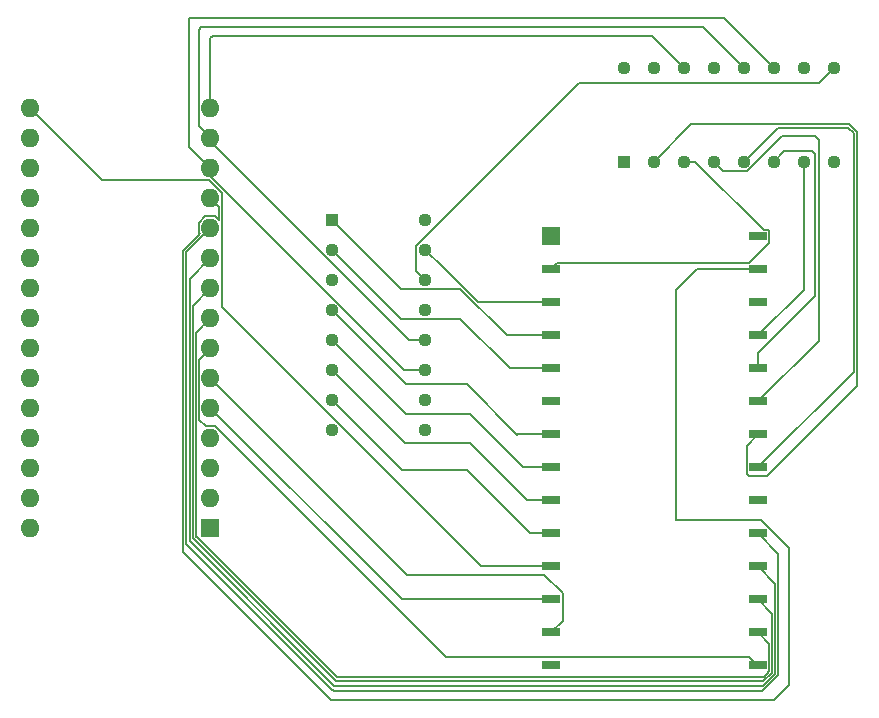
<source format=gtl>
G04 #@! TF.GenerationSoftware,KiCad,Pcbnew,9.0.0*
G04 #@! TF.CreationDate,2025-03-04T20:42:06+02:00*
G04 #@! TF.ProjectId,EEPROMProgrammer,45455052-4f4d-4507-926f-6772616d6d65,rev?*
G04 #@! TF.SameCoordinates,Original*
G04 #@! TF.FileFunction,Copper,L1,Top*
G04 #@! TF.FilePolarity,Positive*
%FSLAX46Y46*%
G04 Gerber Fmt 4.6, Leading zero omitted, Abs format (unit mm)*
G04 Created by KiCad (PCBNEW 9.0.0) date 2025-03-04 20:42:06*
%MOMM*%
%LPD*%
G01*
G04 APERTURE LIST*
G04 #@! TA.AperFunction,Conductor*
%ADD10C,0.254000*%
G04 #@! TD*
G04 #@! TA.AperFunction,ComponentPad*
%ADD11R,1.130000X1.130000*%
G04 #@! TD*
G04 #@! TA.AperFunction,ComponentPad*
%ADD12C,1.130000*%
G04 #@! TD*
G04 #@! TA.AperFunction,ComponentPad*
%ADD13R,1.524000X1.524000*%
G04 #@! TD*
G04 #@! TA.AperFunction,ComponentPad*
%ADD14R,1.524000X0.635000*%
G04 #@! TD*
G04 #@! TA.AperFunction,ComponentPad*
%ADD15R,1.600000X1.600000*%
G04 #@! TD*
G04 #@! TA.AperFunction,ComponentPad*
%ADD16O,1.600000X1.600000*%
G04 #@! TD*
G04 #@! TA.AperFunction,Conductor*
%ADD17C,0.150000*%
G04 #@! TD*
G04 #@! TA.AperFunction,Conductor*
%ADD18C,0.127000*%
G04 #@! TD*
G04 APERTURE END LIST*
D10*
X140300000Y-71700000D02*
X140200000Y-71400000D01*
D11*
X150300000Y-52800000D03*
D12*
X150300000Y-55340000D03*
X150300000Y-57880000D03*
X150300000Y-60420000D03*
X150300000Y-62960000D03*
X150300000Y-65500000D03*
X150300000Y-68040000D03*
X150300000Y-70580000D03*
X158240000Y-70580000D03*
X158240000Y-68040000D03*
X158240000Y-65500000D03*
X158240000Y-62960000D03*
X158240000Y-60420000D03*
X158240000Y-57880000D03*
X158240000Y-55340000D03*
X158240000Y-52800000D03*
D11*
X175020000Y-47900000D03*
D12*
X177560000Y-47900000D03*
X180100000Y-47900000D03*
X182640000Y-47900000D03*
X185180000Y-47900000D03*
X187720000Y-47900000D03*
X190260000Y-47900000D03*
X192800000Y-47900000D03*
X192800000Y-39960000D03*
X190260000Y-39960000D03*
X187720000Y-39960000D03*
X185180000Y-39960000D03*
X182640000Y-39960000D03*
X180100000Y-39960000D03*
X177560000Y-39960000D03*
X175020000Y-39960000D03*
D13*
X168900000Y-54224000D03*
D14*
X168900000Y-57018000D03*
X168900000Y-59812000D03*
X168900000Y-62606000D03*
X168900000Y-65400000D03*
X168900000Y-68194000D03*
X168900000Y-70988000D03*
X168900000Y-73782000D03*
X168900000Y-76576000D03*
X168900000Y-79370000D03*
X168900000Y-82164000D03*
X168900000Y-84958000D03*
X168900000Y-87752000D03*
X168900000Y-90546000D03*
X186400600Y-90546000D03*
X186400600Y-87752000D03*
X186400600Y-84958000D03*
X186400600Y-82164000D03*
X186400600Y-79370000D03*
X186400600Y-76576000D03*
X186400600Y-73782000D03*
X186400600Y-70988000D03*
X186400600Y-68194000D03*
X186400600Y-65400000D03*
X186400600Y-62606000D03*
X186400600Y-59812000D03*
X186400600Y-57018000D03*
X186400600Y-54224000D03*
D15*
X140040000Y-78920000D03*
D16*
X140040000Y-76380000D03*
X140040000Y-73840000D03*
X140040000Y-71300000D03*
X140040000Y-68760000D03*
X140040000Y-66220000D03*
X140040000Y-63680000D03*
X140040000Y-61140000D03*
X140040000Y-58600000D03*
X140040000Y-56060000D03*
X140040000Y-53520000D03*
X140040000Y-50980000D03*
X140040000Y-48440000D03*
X140040000Y-45900000D03*
X140040000Y-43360000D03*
X124800000Y-43360000D03*
X124800000Y-45900000D03*
X124800000Y-48440000D03*
X124800000Y-50980000D03*
X124800000Y-53520000D03*
X124800000Y-56060000D03*
X124800000Y-58600000D03*
X124800000Y-61140000D03*
X124800000Y-63680000D03*
X124800000Y-66220000D03*
X124800000Y-68760000D03*
X124800000Y-71300000D03*
X124800000Y-73840000D03*
X124800000Y-76380000D03*
X124800000Y-78920000D03*
D17*
X168900000Y-82164000D02*
X162970117Y-82164000D01*
D18*
X124800000Y-43360000D02*
X126300000Y-44860000D01*
D17*
X139921457Y-49443000D02*
X130883000Y-49443000D01*
X162970117Y-82164000D02*
X141043000Y-60236883D01*
X141043000Y-50564543D02*
X139921457Y-49443000D01*
X141043000Y-60236883D02*
X141043000Y-50564543D01*
X130883000Y-49443000D02*
X124800000Y-43360000D01*
D18*
X187142200Y-91266900D02*
X187354100Y-91055000D01*
X138793500Y-62386500D02*
X138793500Y-79656500D01*
X187354100Y-91055000D02*
X187354100Y-88705500D01*
X186909100Y-91500000D02*
X150750000Y-91500000D01*
X140040000Y-61140000D02*
X138793500Y-62386500D01*
X187354100Y-88705500D02*
X186400600Y-87752000D01*
X150750000Y-91500000D02*
X138889600Y-79639600D01*
X187142200Y-91266900D02*
X186909100Y-91500000D01*
D17*
X177390000Y-37250000D02*
X180100000Y-39960000D01*
X140250000Y-37250000D02*
X177390000Y-37250000D01*
X140040000Y-37460000D02*
X140250000Y-37250000D01*
X140040000Y-43360000D02*
X140040000Y-37460000D01*
D18*
X138538501Y-60101499D02*
X138538501Y-79788501D01*
X187609100Y-86166500D02*
X186400600Y-84958000D01*
X150650000Y-91900000D02*
X186869724Y-91900000D01*
X186869724Y-91900000D02*
X187609100Y-91160624D01*
X187609100Y-91160624D02*
X187609100Y-86166500D01*
X138538501Y-79788501D02*
X150650000Y-91900000D01*
X140040000Y-58600000D02*
X138538501Y-60101499D01*
X156238000Y-84958000D02*
X168900000Y-84958000D01*
X140040000Y-68760000D02*
X156238000Y-84958000D01*
X138283502Y-57816498D02*
X138283502Y-80041752D01*
X187864100Y-89500000D02*
X187864100Y-83627500D01*
X138283502Y-80041752D02*
X150199998Y-91958248D01*
X150541750Y-92300000D02*
X186830348Y-92300000D01*
X187864100Y-91266248D02*
X187864100Y-89500000D01*
X186830348Y-92300000D02*
X187864100Y-91266248D01*
X187864100Y-89500000D02*
X187864100Y-90750000D01*
X140040000Y-56060000D02*
X138283502Y-57816498D01*
X187864100Y-90750000D02*
X187864100Y-86000000D01*
X187864100Y-83627500D02*
X186400600Y-82164000D01*
X150199998Y-91958248D02*
X150541750Y-92300000D01*
D17*
X140040000Y-49073883D02*
X140040000Y-48440000D01*
X156466117Y-65500000D02*
X140040000Y-49073883D01*
X140040000Y-48440000D02*
X138250000Y-46650000D01*
X138250000Y-35750000D02*
X183510000Y-35750000D01*
X158240000Y-65500000D02*
X156466117Y-65500000D01*
X183510000Y-35750000D02*
X187720000Y-39960000D01*
X138250000Y-46650000D02*
X138250000Y-35750000D01*
D18*
X169853500Y-84449000D02*
X169853500Y-86798500D01*
X140040000Y-66220000D02*
X156704900Y-82884900D01*
X169853500Y-86798500D02*
X168900000Y-87752000D01*
X168289400Y-82884900D02*
X169853500Y-84449000D01*
X156704900Y-82884900D02*
X168289400Y-82884900D01*
D17*
X140040000Y-45900000D02*
X139037000Y-44897000D01*
X156833883Y-62960000D02*
X140040000Y-46166117D01*
X139037000Y-36713000D02*
X139250000Y-36500000D01*
X139250000Y-36500000D02*
X181720000Y-36500000D01*
X158240000Y-62960000D02*
X156833883Y-62960000D01*
X181720000Y-36500000D02*
X185180000Y-39960000D01*
X140040000Y-46166117D02*
X140040000Y-45900000D01*
X139037000Y-44897000D02*
X139037000Y-36713000D01*
X188130600Y-81100000D02*
X186400600Y-79370000D01*
X138000000Y-80250000D02*
X150250000Y-92500000D01*
X186757236Y-92750000D02*
X188130600Y-91376636D01*
X140040000Y-53520000D02*
X138000000Y-55560000D01*
X150249925Y-92500000D02*
X150250000Y-92500000D01*
X150250000Y-92500000D02*
X150500000Y-92750000D01*
X150500000Y-92750000D02*
X186757236Y-92750000D01*
X138000000Y-55560000D02*
X138000000Y-80250000D01*
X188130600Y-91376636D02*
X188130600Y-81100000D01*
D18*
X185679700Y-89825100D02*
X186400600Y-90546000D01*
X140040000Y-63680000D02*
X139048500Y-64671500D01*
X159967293Y-89825100D02*
X185679700Y-89825100D01*
X139048500Y-64671500D02*
X139048500Y-69727693D01*
X140450693Y-70308500D02*
X159967293Y-89825100D01*
X139048500Y-69727693D02*
X139629307Y-70308500D01*
X139629307Y-70308500D02*
X140450693Y-70308500D01*
D17*
X140765000Y-51705000D02*
X140765000Y-52826543D01*
X139037000Y-53104543D02*
X139037000Y-53935457D01*
X139134196Y-54032653D02*
X137722000Y-55444848D01*
X187285100Y-78849500D02*
X187365600Y-78849500D01*
X140455457Y-52517000D02*
X139624543Y-52517000D01*
X186685600Y-78250000D02*
X187285100Y-78849500D01*
X150222000Y-93472000D02*
X187558896Y-93472000D01*
X137722000Y-55444848D02*
X137722000Y-80972000D01*
X179500000Y-78250000D02*
X186685600Y-78250000D01*
X139037000Y-53935457D02*
X139134196Y-54032653D01*
X187365600Y-78849500D02*
X187365600Y-78930000D01*
X187558896Y-93472000D02*
X187750000Y-93472000D01*
X140765000Y-52826543D02*
X140455457Y-52517000D01*
X186400600Y-57018000D02*
X181232000Y-57018000D01*
X137722000Y-80972000D02*
X150222000Y-93472000D01*
X140040000Y-50980000D02*
X140765000Y-51705000D01*
X139624543Y-52517000D02*
X139037000Y-53104543D01*
X181232000Y-57018000D02*
X179500000Y-58750000D01*
X179500000Y-58750000D02*
X179500000Y-78250000D01*
X189000000Y-80564400D02*
X189000000Y-92222000D01*
X189000000Y-92222000D02*
X187750000Y-93472000D01*
X187365600Y-78930000D02*
X189000000Y-80564400D01*
X186915870Y-53703500D02*
X187365600Y-53703500D01*
X187365600Y-54744500D02*
X185612600Y-56497500D01*
X185612600Y-56497500D02*
X169420500Y-56497500D01*
X169420500Y-56497500D02*
X168900000Y-57018000D01*
X181112370Y-47900000D02*
X186915870Y-53703500D01*
X187365600Y-53703500D02*
X187365600Y-54744500D01*
X180100000Y-47900000D02*
X181112370Y-47900000D01*
X161154848Y-58648000D02*
X165112848Y-62606000D01*
X150300000Y-52800000D02*
X156148000Y-58648000D01*
X165112848Y-62606000D02*
X168900000Y-62606000D01*
X156148000Y-58648000D02*
X161154848Y-58648000D01*
X162000000Y-69250000D02*
X166532000Y-73782000D01*
X166532000Y-73782000D02*
X168900000Y-73782000D01*
X150300000Y-62960000D02*
X156590000Y-69250000D01*
X156590000Y-69250000D02*
X162000000Y-69250000D01*
X185435600Y-74302500D02*
X185647500Y-74514400D01*
X186400600Y-70988000D02*
X185435600Y-71953000D01*
X187153700Y-74514400D02*
X194778000Y-66890100D01*
X194115151Y-44722000D02*
X180738000Y-44722000D01*
X185435600Y-71953000D02*
X185435600Y-74302500D01*
X180738000Y-44722000D02*
X177560000Y-47900000D01*
X194778000Y-66890100D02*
X194778000Y-45384848D01*
X194778000Y-45384848D02*
X194115151Y-44722000D01*
X185647500Y-74514400D02*
X187153700Y-74514400D01*
X191528000Y-46028000D02*
X191528000Y-63066600D01*
X182640000Y-47900000D02*
X183408000Y-48668000D01*
X183408000Y-48668000D02*
X185498117Y-48668000D01*
X191528000Y-63066600D02*
X186400600Y-68194000D01*
X185498117Y-48668000D02*
X188416117Y-45750000D01*
X188416117Y-45750000D02*
X191250000Y-45750000D01*
X191250000Y-45750000D02*
X191528000Y-46028000D01*
X166000000Y-71000000D02*
X166012000Y-70988000D01*
X150300000Y-60420000D02*
X156630000Y-66750000D01*
X161750000Y-66750000D02*
X166000000Y-71000000D01*
X156630000Y-66750000D02*
X161750000Y-66750000D01*
X166012000Y-70988000D02*
X168900000Y-70988000D01*
X186400600Y-64099400D02*
X186400600Y-65400000D01*
X191250000Y-59250000D02*
X186400600Y-64099400D01*
X187720000Y-47900000D02*
X188620000Y-47000000D01*
X190986000Y-47000000D02*
X191250000Y-47264000D01*
X188620000Y-47000000D02*
X190986000Y-47000000D01*
X191250000Y-47264000D02*
X191250000Y-59250000D01*
X190260000Y-47900000D02*
X190260000Y-58746600D01*
X190260000Y-58746600D02*
X186400600Y-62606000D01*
X159825000Y-56925000D02*
X162712000Y-59812000D01*
X158240000Y-55340000D02*
X159825000Y-56925000D01*
X159825000Y-56925000D02*
X159950000Y-57050000D01*
X162712000Y-59812000D02*
X168900000Y-59812000D01*
X162000000Y-71750000D02*
X166826000Y-76576000D01*
X156550000Y-71750000D02*
X162000000Y-71750000D01*
X166826000Y-76576000D02*
X168900000Y-76576000D01*
X150300000Y-65500000D02*
X156550000Y-71750000D01*
X161750000Y-74000000D02*
X167120000Y-79370000D01*
X167120000Y-79370000D02*
X168900000Y-79370000D01*
X150300000Y-68040000D02*
X156260000Y-74000000D01*
X156260000Y-74000000D02*
X161750000Y-74000000D01*
X161188000Y-61188000D02*
X165400000Y-65400000D01*
X150300000Y-55340000D02*
X156148000Y-61188000D01*
X156148000Y-61188000D02*
X161188000Y-61188000D01*
X165400000Y-65400000D02*
X168900000Y-65400000D01*
X186400600Y-73782000D02*
X194500000Y-65682600D01*
X188080000Y-45000000D02*
X185180000Y-47900000D01*
X194500000Y-65682600D02*
X194500000Y-45500000D01*
X194000000Y-45000000D02*
X188080000Y-45000000D01*
X194500000Y-45500000D02*
X194000000Y-45000000D01*
X171271883Y-41222000D02*
X191538000Y-41222000D01*
X158240000Y-57880000D02*
X157472000Y-57112000D01*
X157472000Y-57112000D02*
X157472000Y-55021883D01*
X157472000Y-55021883D02*
X171271883Y-41222000D01*
X191538000Y-41222000D02*
X192800000Y-39960000D01*
M02*

</source>
